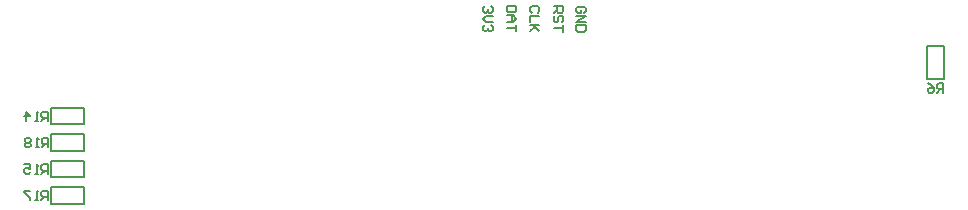
<source format=gbo>
%FSLAX25Y25*%
%MOIN*%
G70*
G01*
G75*
G04 Layer_Color=32896*
%ADD10R,0.07874X0.07874*%
%ADD11R,0.07087X0.07087*%
%ADD12R,0.03937X0.01575*%
%ADD13R,0.03937X0.03150*%
%ADD14R,0.03150X0.03937*%
%ADD15R,0.03937X0.04724*%
%ADD16R,0.04724X0.03937*%
%ADD17R,0.05118X0.05118*%
%ADD18R,0.02362X0.00787*%
%ADD19R,0.03150X0.00787*%
%ADD20R,0.00787X0.02362*%
%ADD21R,0.00787X0.03150*%
%ADD22C,0.04724*%
%ADD23R,0.11811X0.08268*%
%ADD24R,0.05118X0.03150*%
%ADD25R,0.05118X0.03150*%
%ADD26R,0.05000X0.03600*%
%ADD27R,0.03600X0.03600*%
%ADD28R,0.03600X0.05000*%
%ADD29R,0.03600X0.03600*%
%ADD30R,0.08898X0.12402*%
%ADD31R,0.05906X0.02400*%
%ADD32R,0.05118X0.01260*%
%ADD33C,0.02756*%
%ADD34C,0.00787*%
%ADD35C,0.02362*%
%ADD36C,0.01969*%
%ADD37R,0.09252X0.06142*%
%ADD38C,0.05118*%
%ADD39R,0.05906X0.05906*%
%ADD40C,0.05906*%
%ADD41C,0.01969*%
%ADD42C,0.02756*%
%ADD43C,0.01000*%
%ADD44C,0.00600*%
%ADD45C,0.00984*%
%ADD46C,0.00500*%
%ADD47C,0.00709*%
%ADD48C,0.00591*%
%ADD49C,0.01200*%
%ADD50C,0.00492*%
%ADD51R,0.08674X0.08674*%
%ADD52R,0.07887X0.07887*%
%ADD53R,0.04737X0.02375*%
%ADD54R,0.04737X0.03950*%
%ADD55R,0.03950X0.04737*%
%ADD56R,0.04737X0.05524*%
%ADD57R,0.05524X0.04737*%
%ADD58R,0.05918X0.05918*%
%ADD59R,0.03162X0.01587*%
%ADD60R,0.03950X0.01587*%
%ADD61R,0.01587X0.03162*%
%ADD62R,0.01587X0.03950*%
%ADD63C,0.05524*%
%ADD64R,0.12611X0.09068*%
%ADD65R,0.05918X0.03950*%
%ADD66R,0.05918X0.03950*%
%ADD67R,0.05800X0.04400*%
%ADD68R,0.04400X0.04400*%
%ADD69R,0.04400X0.05800*%
%ADD70R,0.04400X0.04400*%
%ADD71R,0.09698X0.13202*%
%ADD72R,0.06706X0.03200*%
%ADD73R,0.05918X0.02060*%
%ADD74C,0.05918*%
%ADD75R,0.06706X0.06706*%
%ADD76C,0.06706*%
%ADD77C,0.02769*%
%ADD78C,0.03556*%
D34*
X312646Y-26082D02*
Y-15058D01*
X307134Y-26082D02*
X312646D01*
X307134D02*
Y-15058D01*
X312646D01*
X15114Y-53386D02*
X26138D01*
Y-58898D02*
Y-53386D01*
X15114Y-58898D02*
X26138D01*
X15114D02*
Y-53386D01*
Y-35673D02*
X26138D01*
Y-41185D02*
Y-35673D01*
X15114Y-41185D02*
X26138D01*
X15114D02*
Y-35673D01*
Y-44529D02*
X26138D01*
Y-50041D02*
Y-44529D01*
X15114Y-50041D02*
X26138D01*
X15114D02*
Y-44529D01*
Y-62243D02*
X26138D01*
Y-67755D02*
Y-62243D01*
X15114Y-67755D02*
X26138D01*
X15114D02*
Y-62243D01*
D48*
X14055Y-48898D02*
Y-45749D01*
X12481D01*
X11956Y-46274D01*
Y-47323D01*
X12481Y-47848D01*
X14055D01*
X13006D02*
X11956Y-48898D01*
X10907D02*
X9857D01*
X10382D01*
Y-45749D01*
X10907Y-46274D01*
X8283D02*
X7758Y-45749D01*
X6708D01*
X6184Y-46274D01*
Y-46799D01*
X6708Y-47323D01*
X6184Y-47848D01*
Y-48373D01*
X6708Y-48898D01*
X7758D01*
X8283Y-48373D01*
Y-47848D01*
X7758Y-47323D01*
X8283Y-46799D01*
Y-46274D01*
X7758Y-47323D02*
X6708D01*
X13858Y-66496D02*
Y-63348D01*
X12284D01*
X11759Y-63872D01*
Y-64922D01*
X12284Y-65447D01*
X13858D01*
X12809D02*
X11759Y-66496D01*
X10710D02*
X9660D01*
X10185D01*
Y-63348D01*
X10710Y-63872D01*
X8086Y-63348D02*
X5987D01*
Y-63872D01*
X8086Y-65971D01*
Y-66496D01*
X13937Y-57795D02*
Y-54647D01*
X12363D01*
X11838Y-55172D01*
Y-56221D01*
X12363Y-56746D01*
X13937D01*
X12888D02*
X11838Y-57795D01*
X10788D02*
X9739D01*
X10264D01*
Y-54647D01*
X10788Y-55172D01*
X6066Y-54647D02*
X8165D01*
Y-56221D01*
X7115Y-55696D01*
X6590D01*
X6066Y-56221D01*
Y-57270D01*
X6590Y-57795D01*
X7640D01*
X8165Y-57270D01*
X13937Y-40157D02*
Y-37009D01*
X12363D01*
X11838Y-37534D01*
Y-38583D01*
X12363Y-39108D01*
X13937D01*
X12888D02*
X11838Y-40157D01*
X10788D02*
X9739D01*
X10264D01*
Y-37009D01*
X10788Y-37534D01*
X6590Y-40157D02*
Y-37009D01*
X8165Y-38583D01*
X6066D01*
X312441Y-30669D02*
Y-27521D01*
X310867D01*
X310342Y-28045D01*
Y-29095D01*
X310867Y-29620D01*
X312441D01*
X311391D02*
X310342Y-30669D01*
X307193Y-27521D02*
X308243Y-28045D01*
X309292Y-29095D01*
Y-30145D01*
X308768Y-30669D01*
X307718D01*
X307193Y-30145D01*
Y-29620D01*
X307718Y-29095D01*
X309292D01*
X161679Y-1890D02*
X162204Y-2414D01*
Y-3464D01*
X161679Y-3989D01*
X161154D01*
X160629Y-3464D01*
Y-2939D01*
Y-3464D01*
X160105Y-3989D01*
X159580D01*
X159055Y-3464D01*
Y-2414D01*
X159580Y-1890D01*
X162204Y-5038D02*
X160105D01*
X159055Y-6088D01*
X160105Y-7137D01*
X162204D01*
X161679Y-8187D02*
X162204Y-8712D01*
Y-9761D01*
X161679Y-10286D01*
X161154D01*
X160629Y-9761D01*
Y-9236D01*
Y-9761D01*
X160105Y-10286D01*
X159580D01*
X159055Y-9761D01*
Y-8712D01*
X159580Y-8187D01*
X170081Y-1811D02*
X166932D01*
Y-3385D01*
X167457Y-3910D01*
X169556D01*
X170081Y-3385D01*
Y-1811D01*
X166932Y-4960D02*
X169032D01*
X170081Y-6009D01*
X169032Y-7059D01*
X166932D01*
X168507D01*
Y-4960D01*
X170081Y-8108D02*
Y-10207D01*
Y-9158D01*
X166932D01*
X177309Y-3989D02*
X177834Y-3464D01*
Y-2414D01*
X177309Y-1890D01*
X175210D01*
X174685Y-2414D01*
Y-3464D01*
X175210Y-3989D01*
X177834Y-5038D02*
X174685D01*
Y-7137D01*
X177834Y-8187D02*
X174685D01*
X175735D01*
X177834Y-10286D01*
X176259Y-8712D01*
X174685Y-10286D01*
X182562Y-1969D02*
X185711D01*
Y-3543D01*
X185186Y-4067D01*
X184137D01*
X183612Y-3543D01*
Y-1969D01*
Y-3018D02*
X182562Y-4067D01*
X185186Y-7216D02*
X185711Y-6691D01*
Y-5642D01*
X185186Y-5117D01*
X184661D01*
X184137Y-5642D01*
Y-6691D01*
X183612Y-7216D01*
X183087D01*
X182562Y-6691D01*
Y-5642D01*
X183087Y-5117D01*
X185711Y-8266D02*
Y-10365D01*
Y-9315D01*
X182562D01*
X192667Y-4107D02*
X193191Y-3582D01*
Y-2533D01*
X192667Y-2008D01*
X190568D01*
X190043Y-2533D01*
Y-3582D01*
X190568Y-4107D01*
X191617D01*
Y-3057D01*
X190043Y-5156D02*
X193191D01*
X190043Y-7255D01*
X193191D01*
Y-8305D02*
X190043D01*
Y-9879D01*
X190568Y-10404D01*
X192667D01*
X193191Y-9879D01*
Y-8305D01*
M02*

</source>
